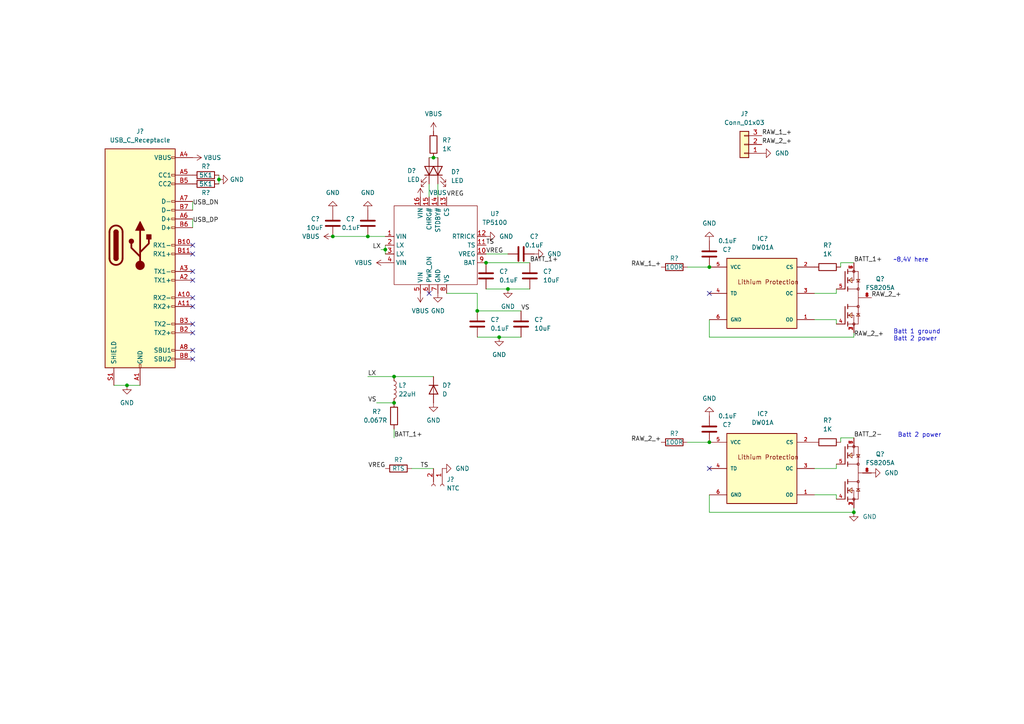
<source format=kicad_sch>
(kicad_sch (version 20211123) (generator eeschema)
  (paper "A4")
  (lib_symbols
    (symbol "Connector:Conn_01x02_Female" (pin_names (offset 1.016) hide)
      (property "Reference" "J" (at 0 2.54 0))
      (property "Value" "Conn_01x02_Female" (at 0 -5.08 0))
      (symbol "Conn_01x02_Female_1_1"
        (arc (start 0 -2.032) (mid -0.508 -2.54) (end 0 -3.048) (stroke (width 0.1524)))
        (polyline (pts (xy -1.27 -2.54) (xy -0.508 -2.54)) (stroke (width 0.1524)))
        (polyline (pts (xy -1.27 0) (xy -0.508 0)) (stroke (width 0.1524)))
        (arc (start 0 0.508) (mid -0.508 0) (end 0 -0.508) (stroke (width 0.1524)))
        (pin passive line (at -5.08 0 0) (length 3.81) (name "Pin_1") (number "1"))
        (pin passive line (at -5.08 -2.54 0) (length 3.81) (name "Pin_2") (number "2"))
      )
    )
    (symbol "Connector:USB_C_Receptacle" (pin_names (offset 1.016))
      (property "Reference" "J" (at -10.16 29.21 0))
      (property "Value" "USB_C_Receptacle" (at 10.16 29.21 0))
      (symbol "USB_C_Receptacle_0_0"
        (rectangle (start -0.254 -35.56) (end 0.254 -34.544))
        (rectangle (start 10.16 -32.766) (end 9.144 -33.274))
        (rectangle (start 10.16 -30.226) (end 9.144 -30.734))
        (rectangle (start 10.16 -25.146) (end 9.144 -25.654))
        (rectangle (start 10.16 -22.606) (end 9.144 -23.114))
        (rectangle (start 10.16 -17.526) (end 9.144 -18.034))
        (rectangle (start 10.16 -14.986) (end 9.144 -15.494))
        (rectangle (start 10.16 -9.906) (end 9.144 -10.414))
        (rectangle (start 10.16 -7.366) (end 9.144 -7.874))
        (rectangle (start 10.16 -2.286) (end 9.144 -2.794))
        (rectangle (start 10.16 0.254) (end 9.144 -0.254))
        (rectangle (start 10.16 5.334) (end 9.144 4.826))
        (rectangle (start 10.16 7.874) (end 9.144 7.366))
        (rectangle (start 10.16 10.414) (end 9.144 9.906))
        (rectangle (start 10.16 12.954) (end 9.144 12.446))
        (rectangle (start 10.16 18.034) (end 9.144 17.526))
        (rectangle (start 10.16 20.574) (end 9.144 20.066))
        (rectangle (start 10.16 25.654) (end 9.144 25.146))
      )
      (symbol "USB_C_Receptacle_0_1"
        (rectangle (start -10.16 27.94) (end 10.16 -35.56) (stroke (width 0.254)) (fill (type background)))
        (arc (start -8.89 -3.81) (mid -6.985 -5.715) (end -5.08 -3.81) (stroke (width 0.508)))
        (arc (start -7.62 -3.81) (mid -6.985 -4.445) (end -6.35 -3.81) (stroke (width 0.254)))
        (arc (start -7.62 -3.81) (mid -6.985 -4.445) (end -6.35 -3.81) (stroke (width 0.254)) (fill (type outline)))
        (rectangle (start -7.62 -3.81) (end -6.35 3.81) (stroke (width 0.254)) (fill (type outline)))
        (arc (start -6.35 3.81) (mid -6.985 4.445) (end -7.62 3.81) (stroke (width 0.254)))
        (arc (start -6.35 3.81) (mid -6.985 4.445) (end -7.62 3.81) (stroke (width 0.254)) (fill (type outline)))
        (arc (start -5.08 3.81) (mid -6.985 5.715) (end -8.89 3.81) (stroke (width 0.508)))
        (polyline (pts (xy -8.89 -3.81) (xy -8.89 3.81)) (stroke (width 0.508)))
        (polyline (pts (xy -5.08 3.81) (xy -5.08 -3.81)) (stroke (width 0.508)))
      )
      (symbol "USB_C_Receptacle_1_1"
        (circle (center -2.54 1.143) (radius 0.635) (stroke (width 0.254)) (fill (type outline)))
        (circle (center 0 -5.842) (radius 1.27) (fill (type outline)))
        (polyline (pts (xy 0 -5.842) (xy 0 4.318)) (stroke (width 0.508)))
        (polyline (pts (xy 0 -3.302) (xy -2.54 -0.762) (xy -2.54 0.508)) (stroke (width 0.508)))
        (polyline (pts (xy 0 -2.032) (xy 2.54 0.508) (xy 2.54 1.778)) (stroke (width 0.508)))
        (polyline (pts (xy -1.27 4.318) (xy 0 6.858) (xy 1.27 4.318) (xy -1.27 4.318)) (stroke (width 0.254)) (fill (type outline)))
        (rectangle (start 1.905 1.778) (end 3.175 3.048) (stroke (width 0.254)) (fill (type outline)))
        (pin passive line (at 0 -40.64 90) (length 5.08) (name "GND") (number "A1"))
        (pin bidirectional line (at 15.24 -15.24 180) (length 5.08) (name "RX2-") (number "A10"))
        (pin bidirectional line (at 15.24 -17.78 180) (length 5.08) (name "RX2+") (number "A11"))
        (pin passive line (at 0 -40.64 90) (length 5.08) hide (name "GND") (number "A12"))
        (pin bidirectional line (at 15.24 -10.16 180) (length 5.08) (name "TX1+") (number "A2"))
        (pin bidirectional line (at 15.24 -7.62 180) (length 5.08) (name "TX1-") (number "A3"))
        (pin passive line (at 15.24 25.4 180) (length 5.08) (name "VBUS") (number "A4"))
        (pin bidirectional line (at 15.24 20.32 180) (length 5.08) (name "CC1") (number "A5"))
        (pin bidirectional line (at 15.24 7.62 180) (length 5.08) (name "D+") (number "A6"))
        (pin bidirectional line (at 15.24 12.7 180) (length 5.08) (name "D-") (number "A7"))
        (pin bidirectional line (at 15.24 -30.48 180) (length 5.08) (name "SBU1") (number "A8"))
        (pin passive line (at 15.24 25.4 180) (length 5.08) hide (name "VBUS") (number "A9"))
        (pin passive line (at 0 -40.64 90) (length 5.08) hide (name "GND") (number "B1"))
        (pin bidirectional line (at 15.24 0 180) (length 5.08) (name "RX1-") (number "B10"))
        (pin bidirectional line (at 15.24 -2.54 180) (length 5.08) (name "RX1+") (number "B11"))
        (pin passive line (at 0 -40.64 90) (length 5.08) hide (name "GND") (number "B12"))
        (pin bidirectional line (at 15.24 -25.4 180) (length 5.08) (name "TX2+") (number "B2"))
        (pin bidirectional line (at 15.24 -22.86 180) (length 5.08) (name "TX2-") (number "B3"))
        (pin passive line (at 15.24 25.4 180) (length 5.08) hide (name "VBUS") (number "B4"))
        (pin bidirectional line (at 15.24 17.78 180) (length 5.08) (name "CC2") (number "B5"))
        (pin bidirectional line (at 15.24 5.08 180) (length 5.08) (name "D+") (number "B6"))
        (pin bidirectional line (at 15.24 10.16 180) (length 5.08) (name "D-") (number "B7"))
        (pin bidirectional line (at 15.24 -33.02 180) (length 5.08) (name "SBU2") (number "B8"))
        (pin passive line (at 15.24 25.4 180) (length 5.08) hide (name "VBUS") (number "B9"))
        (pin passive line (at -7.62 -40.64 90) (length 5.08) (name "SHIELD") (number "S1"))
      )
    )
    (symbol "Connector_Generic:Conn_01x03" (pin_names (offset 1.016) hide)
      (property "Reference" "J" (at 0 5.08 0))
      (property "Value" "Conn_01x03" (at 0 -5.08 0))
      (symbol "Conn_01x03_1_1"
        (rectangle (start -1.27 -2.413) (end 0 -2.667) (stroke (width 0.1524)))
        (rectangle (start -1.27 0.127) (end 0 -0.127) (stroke (width 0.1524)))
        (rectangle (start -1.27 2.667) (end 0 2.413) (stroke (width 0.1524)))
        (rectangle (start -1.27 3.81) (end 1.27 -3.81) (stroke (width 0.254)) (fill (type background)))
        (pin passive line (at -5.08 2.54 0) (length 3.81) (name "Pin_1") (number "1"))
        (pin passive line (at -5.08 0 0) (length 3.81) (name "Pin_2") (number "2"))
        (pin passive line (at -5.08 -2.54 0) (length 3.81) (name "Pin_3") (number "3"))
      )
    )
    (symbol "DW01A:DW01A" (pin_names (offset 1.016))
      (property "Reference" "IC" (at -5.08 11.43 0))
      (property "Value" "DW01A" (at -5.08 -12.7 0))
      (symbol "DW01A_0_0"
        (rectangle (start -10.16 -10.16) (end 10.16 10.16) (stroke (width 0.254)) (fill (type background)))
        (text "Lithium Protection" (at -7.112 2.54 0) (effects (font (size 1.27 1.27)) (justify left bottom)))
        (pin bidirectional line (at 15.24 -7.62 180) (length 5.08) (name "OD") (number "1"))
        (pin bidirectional line (at 15.24 7.62 180) (length 5.08) (name "CS") (number "2"))
        (pin bidirectional line (at 15.24 0 180) (length 5.08) (name "OC") (number "3"))
        (pin bidirectional line (at -15.24 0 0) (length 5.08) (name "TD") (number "4"))
        (pin power_in line (at -15.24 7.62 0) (length 5.08) (name "VCC") (number "5"))
        (pin power_in line (at -15.24 -7.62 0) (length 5.08) (name "GND") (number "6"))
      )
    )
    (symbol "Device:C" (pin_numbers hide) (pin_names (offset 0.254))
      (property "Reference" "C" (at 0.635 2.54 0))
      (property "Value" "C" (at 0.635 -2.54 0))
      (symbol "C_0_1"
        (polyline (pts (xy -2.032 -0.762) (xy 2.032 -0.762)) (stroke (width 0.508)))
        (polyline (pts (xy -2.032 0.762) (xy 2.032 0.762)) (stroke (width 0.508)))
      )
      (symbol "C_1_1"
        (pin passive line (at 0 3.81 270) (length 2.794) (name "~") (number "1"))
        (pin passive line (at 0 -3.81 90) (length 2.794) (name "~") (number "2"))
      )
    )
    (symbol "Device:D" (pin_numbers hide) (pin_names (offset 1.016) hide)
      (property "Reference" "D" (at 0 2.54 0))
      (property "Value" "D" (at 0 -2.54 0))
      (symbol "D_0_1"
        (polyline (pts (xy -1.27 1.27) (xy -1.27 -1.27)) (stroke (width 0.254)))
        (polyline (pts (xy 1.27 0) (xy -1.27 0)))
        (polyline (pts (xy 1.27 1.27) (xy 1.27 -1.27) (xy -1.27 0) (xy 1.27 1.27)) (stroke (width 0.254)))
      )
      (symbol "D_1_1"
        (pin passive line (at -3.81 0 0) (length 2.54) (name "K") (number "1"))
        (pin passive line (at 3.81 0 180) (length 2.54) (name "A") (number "2"))
      )
    )
    (symbol "Device:L" (pin_numbers hide) (pin_names (offset 1.016) hide)
      (property "Reference" "L" (at -1.27 0 90))
      (property "Value" "L" (at 1.905 0 90))
      (symbol "L_0_1"
        (arc (start 0 -2.54) (mid 0.635 -1.905) (end 0 -1.27))
        (arc (start 0 -1.27) (mid 0.635 -0.635) (end 0 0))
        (arc (start 0 0) (mid 0.635 0.635) (end 0 1.27))
        (arc (start 0 1.27) (mid 0.635 1.905) (end 0 2.54))
      )
      (symbol "L_1_1"
        (pin passive line (at 0 3.81 270) (length 1.27) (name "1") (number "1"))
        (pin passive line (at 0 -3.81 90) (length 1.27) (name "2") (number "2"))
      )
    )
    (symbol "Device:LED" (pin_numbers hide) (pin_names (offset 1.016) hide)
      (property "Reference" "D" (at 0 2.54 0))
      (property "Value" "LED" (at 0 -2.54 0))
      (symbol "LED_0_1"
        (polyline (pts (xy -1.27 -1.27) (xy -1.27 1.27)) (stroke (width 0.254)))
        (polyline (pts (xy -1.27 0) (xy 1.27 0)))
        (polyline (pts (xy 1.27 -1.27) (xy 1.27 1.27) (xy -1.27 0) (xy 1.27 -1.27)) (stroke (width 0.254)))
        (polyline (pts (xy -3.048 -0.762) (xy -4.572 -2.286) (xy -3.81 -2.286) (xy -4.572 -2.286) (xy -4.572 -1.524)))
        (polyline (pts (xy -1.778 -0.762) (xy -3.302 -2.286) (xy -2.54 -2.286) (xy -3.302 -2.286) (xy -3.302 -1.524)))
      )
      (symbol "LED_1_1"
        (pin passive line (at -3.81 0 0) (length 2.54) (name "K") (number "1"))
        (pin passive line (at 3.81 0 180) (length 2.54) (name "A") (number "2"))
      )
    )
    (symbol "Device:R" (pin_numbers hide) (pin_names (offset 0))
      (property "Reference" "R" (at 2.032 0 90))
      (property "Value" "R" (at 0 0 90))
      (symbol "R_0_1"
        (rectangle (start -1.016 -2.54) (end 1.016 2.54) (stroke (width 0.254)))
      )
      (symbol "R_1_1"
        (pin passive line (at 0 3.81 270) (length 1.27) (name "~") (number "1"))
        (pin passive line (at 0 -3.81 90) (length 1.27) (name "~") (number "2"))
      )
    )
    (symbol "FS8205A:FS8205A" (pin_names (offset 1.016) hide)
      (property "Reference" "Q" (at -11.43 7.62 0))
      (property "Value" "FS8205A" (at -11.43 -12.7 0))
      (symbol "FS8205A_0_0"
        (circle (center 0 -7.62) (radius 0.3556))
        (polyline (pts (xy -2.54 -2.54) (xy -2.54 -7.62)) (stroke (width 0.254)))
        (polyline (pts (xy -2.54 7.62) (xy -2.54 2.54)) (stroke (width 0.254)))
        (polyline (pts (xy -1.778 -7.62) (xy -1.778 -8.255)) (stroke (width 0.254)))
        (polyline (pts (xy -1.778 -6.985) (xy -1.778 -7.62)) (stroke (width 0.254)))
        (polyline (pts (xy -1.778 -5.08) (xy -1.778 -5.842)) (stroke (width 0.254)))
        (polyline (pts (xy -1.778 -5.08) (xy 0 -5.08)) (stroke (width 0.1524)))
        (polyline (pts (xy -1.778 -4.318) (xy -1.778 -5.08)) (stroke (width 0.254)))
        (polyline (pts (xy -1.778 -2.54) (xy -1.778 -3.175)) (stroke (width 0.254)))
        (polyline (pts (xy -1.778 -2.54) (xy 1.27 -2.54)) (stroke (width 0.1524)))
        (polyline (pts (xy -1.778 -1.905) (xy -1.778 -2.54)) (stroke (width 0.254)))
        (polyline (pts (xy -1.778 2.54) (xy -1.778 1.905)) (stroke (width 0.254)))
        (polyline (pts (xy -1.778 3.175) (xy -1.778 2.54)) (stroke (width 0.254)))
        (polyline (pts (xy -1.778 5.08) (xy -1.778 4.318)) (stroke (width 0.254)))
        (polyline (pts (xy -1.778 5.08) (xy 0 5.08)) (stroke (width 0.1524)))
        (polyline (pts (xy -1.778 5.842) (xy -1.778 5.08)) (stroke (width 0.254)))
        (polyline (pts (xy -1.778 7.62) (xy -1.778 6.985)) (stroke (width 0.254)))
        (polyline (pts (xy -1.778 7.62) (xy 1.27 7.62)) (stroke (width 0.1524)))
        (polyline (pts (xy -1.778 8.255) (xy -1.778 7.62)) (stroke (width 0.254)))
        (polyline (pts (xy 0 -7.62) (xy -1.778 -7.62)) (stroke (width 0.1524)))
        (polyline (pts (xy 0 -7.62) (xy 1.27 -7.62)) (stroke (width 0.1524)))
        (polyline (pts (xy 0 -5.08) (xy 0 -7.62)) (stroke (width 0.1524)))
        (polyline (pts (xy 0 7.62) (xy 0 5.08)) (stroke (width 0.1524)))
        (polyline (pts (xy 0.762 4.572) (xy 1.27 4.572)) (stroke (width 0.1524)))
        (polyline (pts (xy 1.27 -4.572) (xy 0.762 -4.572)) (stroke (width 0.1524)))
        (polyline (pts (xy 1.27 -4.572) (xy 1.27 -7.62)) (stroke (width 0.1524)))
        (polyline (pts (xy 1.27 -2.54) (xy 1.27 -4.572)) (stroke (width 0.1524)))
        (polyline (pts (xy 1.27 -2.54) (xy 1.27 0)) (stroke (width 0.1524)))
        (polyline (pts (xy 1.27 0) (xy 1.27 2.54)) (stroke (width 0.1524)))
        (polyline (pts (xy 1.27 0) (xy 2.54 0)) (stroke (width 0.1524)))
        (polyline (pts (xy 1.27 2.54) (xy -1.778 2.54)) (stroke (width 0.1524)))
        (polyline (pts (xy 1.27 2.54) (xy 1.27 4.572)) (stroke (width 0.1524)))
        (polyline (pts (xy 1.27 4.572) (xy 1.27 7.62)) (stroke (width 0.1524)))
        (polyline (pts (xy 1.27 4.572) (xy 1.778 4.572)) (stroke (width 0.1524)))
        (polyline (pts (xy 1.778 -4.572) (xy 1.27 -4.572)) (stroke (width 0.1524)))
        (polyline (pts (xy -1.524 -5.08) (xy -0.508 -4.318) (xy -0.508 -5.842) (xy -1.524 -5.08)) (stroke (width 0.1524)) (fill (type background)))
        (polyline (pts (xy -1.524 5.08) (xy -0.508 5.842) (xy -0.508 4.318) (xy -1.524 5.08)) (stroke (width 0.1524)) (fill (type background)))
        (polyline (pts (xy 1.27 -4.572) (xy 0.762 -5.334) (xy 1.778 -5.334) (xy 1.27 -4.572)) (stroke (width 0.1524)) (fill (type background)))
        (polyline (pts (xy 1.27 4.572) (xy 1.778 5.334) (xy 0.762 5.334) (xy 1.27 4.572)) (stroke (width 0.1524)) (fill (type background)))
        (circle (center 0 7.62) (radius 0.3556))
        (circle (center 1.27 -2.54) (radius 0.3556))
        (circle (center 1.27 2.54) (radius 0.3556))
        (pin passive line (at 5.08 0 180) (length 2.54) (name "~") (number "1"))
        (pin passive line (at 0 -10.16 90) (length 2.54) (name "~") (number "2"))
        (pin passive line (at 0 -10.16 90) (length 2.54) (name "~") (number "3"))
        (pin passive line (at -5.08 -7.62 0) (length 2.54) (name "~") (number "4"))
        (pin passive line (at -5.08 2.54 0) (length 2.54) (name "~") (number "5"))
        (pin passive line (at 0 10.16 270) (length 2.54) (name "~") (number "6"))
        (pin passive line (at 0 10.16 270) (length 2.54) (name "~") (number "7"))
        (pin passive line (at 5.08 0 180) (length 2.54) (name "~") (number "8"))
      )
    )
    (symbol "TP5100:TP5100"
      (property "Reference" "U" (at 0 0 0))
      (property "Value" "TP5100" (at 0 2.54 0))
      (symbol "TP5100_0_1"
        (rectangle (start -11.43 12.7) (end 12.7 -10.16))
      )
      (symbol "TP5100_1_1"
        (pin bidirectional line (at -13.97 3.81 0) (length 2.54) (name "VIN") (number "1"))
        (pin bidirectional line (at 15.24 -1.27 180) (length 2.54) (name "VREG") (number "10"))
        (pin bidirectional line (at 15.24 1.27 180) (length 2.54) (name "TS") (number "11"))
        (pin bidirectional line (at 15.24 3.81 180) (length 2.54) (name "RTRICK") (number "12"))
        (pin bidirectional line (at 3.81 15.24 270) (length 2.54) (name "CS") (number "13"))
        (pin bidirectional line (at 1.27 15.24 270) (length 2.54) (name "STDBY#") (number "14"))
        (pin bidirectional line (at -1.27 15.24 270) (length 2.54) (name "CHRG#") (number "15"))
        (pin bidirectional line (at -3.81 15.24 270) (length 2.54) (name "VIN") (number "16"))
        (pin bidirectional line (at -13.97 1.27 0) (length 2.54) (name "LX") (number "2"))
        (pin bidirectional line (at -13.97 -1.27 0) (length 2.54) (name "LX") (number "3"))
        (pin bidirectional line (at -13.97 -3.81 0) (length 2.54) (name "VIN") (number "4"))
        (pin bidirectional line (at -3.81 -12.7 90) (length 2.54) (name "VIN") (number "5"))
        (pin bidirectional line (at -1.27 -12.7 90) (length 2.54) (name "PWR_ON") (number "6"))
        (pin bidirectional line (at 1.27 -12.7 90) (length 2.54) (name "GND") (number "7"))
        (pin bidirectional line (at 3.81 -12.7 90) (length 2.54) (name "VS") (number "8"))
        (pin bidirectional line (at 15.24 -3.81 180) (length 2.54) (name "BAT") (number "9"))
      )
    )
    (symbol "power:GND" (power) (pin_names (offset 0))
      (property "Value" "GND" (at 0 -3.81 0))
      (symbol "GND_0_1"
        (polyline (pts (xy 0 0) (xy 0 -1.27) (xy 1.27 -1.27) (xy 0 -2.54) (xy -1.27 -1.27) (xy 0 -1.27)))
      )
      (symbol "GND_1_1"
        (pin power_in line (at 0 0 270) (length 0) hide (name "GND") (number "1"))
      )
    )
    (symbol "power:VBUS" (power) (pin_names (offset 0))
      (property "Value" "VBUS" (at 0 3.81 0))
      (symbol "VBUS_0_1"
        (polyline (pts (xy -0.762 1.27) (xy 0 2.54)))
        (polyline (pts (xy 0 0) (xy 0 2.54)))
        (polyline (pts (xy 0 2.54) (xy 0.762 1.27)))
      )
      (symbol "VBUS_1_1"
        (pin power_in line (at 0 0 90) (length 0) hide (name "VBUS") (number "1"))
      )
    )
  )
  (junction (at 247.65 148.59))
  (junction (at 96.52 68.58))
  (junction (at 111.76 72.39))
  (junction (at 144.78 97.79))
  (junction (at 63.5 52.07))
  (junction (at 205.74 77.47))
  (junction (at 106.68 68.58))
  (junction (at 147.32 83.82))
  (junction (at 205.74 128.27))
  (junction (at 140.97 76.2))
  (junction (at 138.43 90.17))
  (junction (at 36.83 111.76))
  (junction (at 114.3 109.22))
  (junction (at 114.3 116.84))
  (junction (at 125.73 45.72))
  (no_connect (at 124.46 85.09))
  (no_connect (at 55.88 101.6))
  (no_connect (at 55.88 104.14))
  (no_connect (at 205.74 135.89))
  (no_connect (at 205.74 85.09))
  (no_connect (at 55.88 88.9))
  (no_connect (at 55.88 86.36))
  (no_connect (at 55.88 78.74))
  (no_connect (at 55.88 81.28))
  (no_connect (at 55.88 93.98))
  (no_connect (at 55.88 96.52))
  (no_connect (at 55.88 73.66))
  (no_connect (at 55.88 71.12))
  (wire (pts (xy 199.39 128.27) (xy 205.74 128.27)))
  (wire (pts (xy 55.88 58.42) (xy 55.88 60.96)))
  (wire (pts (xy 247.65 147.32) (xy 247.65 148.59)))
  (wire (pts (xy 106.68 109.22) (xy 114.3 109.22)))
  (wire (pts (xy 242.57 85.09) (xy 242.57 83.82)))
  (wire (pts (xy 140.97 76.2) (xy 153.67 76.2)))
  (wire (pts (xy 236.22 85.09) (xy 242.57 85.09)))
  (wire (pts (xy 114.3 124.46) (xy 114.3 127)))
  (wire (pts (xy 247.65 97.79) (xy 205.74 97.79)))
  (wire (pts (xy 236.22 92.71) (xy 242.57 92.71)))
  (wire (pts (xy 55.88 63.5) (xy 55.88 66.04)))
  (wire (pts (xy 124.46 53.34) (xy 124.46 57.15)))
  (wire (pts (xy 243.84 128.27) (xy 243.84 127)))
  (wire (pts (xy 205.74 97.79) (xy 205.74 92.71)))
  (wire (pts (xy 247.65 148.59) (xy 205.74 148.59)))
  (wire (pts (xy 138.43 85.09) (xy 138.43 90.17)))
  (wire (pts (xy 138.43 90.17) (xy 151.13 90.17)))
  (wire (pts (xy 147.32 83.82) (xy 153.67 83.82)))
  (wire (pts (xy 63.5 50.8) (xy 63.5 52.07)))
  (wire (pts (xy 33.02 111.76) (xy 36.83 111.76)))
  (wire (pts (xy 243.84 77.47) (xy 243.84 76.2)))
  (wire (pts (xy 111.76 71.12) (xy 111.76 72.39)))
  (wire (pts (xy 242.57 92.71) (xy 242.57 93.98)))
  (wire (pts (xy 205.74 148.59) (xy 205.74 143.51)))
  (wire (pts (xy 243.84 76.2) (xy 247.65 76.2)))
  (wire (pts (xy 236.22 143.51) (xy 242.57 143.51)))
  (wire (pts (xy 242.57 143.51) (xy 242.57 144.78)))
  (wire (pts (xy 144.78 97.79) (xy 151.13 97.79)))
  (wire (pts (xy 114.3 109.22) (xy 125.73 109.22)))
  (wire (pts (xy 140.97 83.82) (xy 147.32 83.82)))
  (wire (pts (xy 109.22 116.84) (xy 114.3 116.84)))
  (wire (pts (xy 138.43 97.79) (xy 144.78 97.79)))
  (wire (pts (xy 247.65 96.52) (xy 247.65 97.79)))
  (wire (pts (xy 125.73 45.72) (xy 127 45.72)))
  (wire (pts (xy 199.39 77.47) (xy 205.74 77.47)))
  (wire (pts (xy 36.83 111.76) (xy 40.64 111.76)))
  (wire (pts (xy 236.22 135.89) (xy 242.57 135.89)))
  (wire (pts (xy 127 53.34) (xy 127 57.15)))
  (wire (pts (xy 63.5 52.07) (xy 63.5 53.34)))
  (wire (pts (xy 106.68 68.58) (xy 111.76 68.58)))
  (wire (pts (xy 111.76 72.39) (xy 111.76 73.66)))
  (wire (pts (xy 124.46 45.72) (xy 125.73 45.72)))
  (wire (pts (xy 119.38 135.89) (xy 125.73 135.89)))
  (wire (pts (xy 110.49 72.39) (xy 111.76 72.39)))
  (wire (pts (xy 243.84 127) (xy 247.65 127)))
  (wire (pts (xy 242.57 135.89) (xy 242.57 134.62)))
  (wire (pts (xy 96.52 68.58) (xy 106.68 68.58)))
  (wire (pts (xy 140.97 73.66) (xy 147.32 73.66)))
  (wire (pts (xy 129.54 85.09) (xy 138.43 85.09)))
  (text "~8,4V here" (at 259.08 76.2 0) (effects (font (size 1.27 1.27)) (justify left bottom)))
  (text "Batt 2 power" (at 260.35 127 0) (effects (font (size 1.27 1.27)) (justify left bottom)))
  (text "Batt 1 ground\nBatt 2 power" (at 259.08 99.06 0) (effects (font (size 1.27 1.27)) (justify left bottom)))
  (label "RAW_1_+" (at 191.77 77.47 180))
  (label "BATT_2-" (at 247.65 127 0))
  (label "TS" (at 121.92 135.89 0))
  (label "USB_DP" (at 55.88 64.77 0))
  (label "VREG" (at 111.76 135.89 180))
  (label "RAW_2_+" (at 247.65 97.79 0))
  (label "VREG" (at 140.97 73.66 0))
  (label "RAW_2_+" (at 220.98 41.91 0))
  (label "RAW_1_+" (at 220.98 39.37 0))
  (label "LX" (at 110.49 72.39 180))
  (label "VREG" (at 129.54 57.15 0))
  (label "VS" (at 151.13 90.17 0))
  (label "TS" (at 140.97 71.12 0))
  (label "RAW_2_+" (at 252.73 86.36 0))
  (label "BATT_1+" (at 114.3 127 0))
  (label "USB_DN" (at 55.88 59.69 0))
  (label "VS" (at 109.22 116.84 180))
  (label "BATT_1+" (at 153.67 76.2 0))
  (label "RAW_2_+" (at 191.77 128.27 180))
  (label "LX" (at 106.68 109.22 0))
  (label "BATT_1+" (at 247.65 76.2 0))
  (symbol (lib_id "Device:C") (at 151.13 73.66 90) (unit 1)
    (property "Reference" "C?" (at 154.94 68.58 90))
    (property "Value" "0.1uF" (at 154.94 71.12 90))
  )
  (symbol (lib_id "Device:C") (at 151.13 93.98 0) (unit 1)
    (property "Reference" "C?" (at 154.94 92.7099 0) (effects (justify left)))
    (property "Value" "10uF" (at 154.94 95.2499 0) (effects (justify left)))
  )
  (symbol (lib_id "DW01A:DW01A") (at 220.98 135.89 0) (unit 1)
    (property "Reference" "IC?" (at 221.1894 120.015 0))
    (property "Value" "DW01A" (at 221.1894 122.555 0))
    (property "Footprint" "SOT23-6" (effects hide))
    (property "VALUE" "DW01A" (effects hide))
    (property "LCSC" "C351410" (effects hide))
    (property "MPN" "DW01A" (effects hide))
  )
  (symbol (lib_id "power:VBUS") (at 111.76 76.2 90) (unit 1)
    (property "Reference" "#PWR?" (effects hide))
    (property "Value" "VBUS" (at 107.95 76.1999 90) (effects (justify left)))
  )
  (symbol (lib_id "Device:LED") (at 127 49.53 90) (unit 1)
    (property "Reference" "D?" (at 130.81 49.8474 90) (effects (justify right)))
    (property "Value" "LED" (at 130.81 52.3874 90) (effects (justify right)))
  )
  (symbol (lib_id "Device:C") (at 205.74 73.66 0) (unit 1)
    (property "Reference" "C?" (at 209.55 72.3899 0) (effects (justify left)))
    (property "Value" "0.1uF" (at 208.28 69.85 0) (effects (justify left)))
  )
  (symbol (lib_id "power:GND") (at 220.98 44.45 90) (unit 1)
    (property "Reference" "#PWR?" (effects hide))
    (property "Value" "GND" (at 224.79 44.4499 90) (effects (justify right)))
  )
  (symbol (lib_id "Device:R") (at 195.58 128.27 90) (unit 1)
    (property "Reference" "R?" (at 195.58 125.73 90))
    (property "Value" "100R" (at 195.58 128.27 90))
  )
  (symbol (lib_id "FS8205A:FS8205A") (at 247.65 137.16 0) (unit 1)
    (property "Reference" "Q?" (at 255.27 131.6988 0))
    (property "Value" "FS8205A" (at 255.27 134.2388 0))
    (property "Footprint" "SOP65P640X120-8N" (effects hide))
    (property "MANUFACTURER" "Fortune Semiconductor" (effects hide))
    (property "MAXIMUM_PACKAGE_HEIGHT" "1.2mm" (effects hide))
    (property "PARTREV" "1.7" (effects hide))
    (property "STANDARD" "IPC 7351B" (effects hide))
  )
  (symbol (lib_id "power:GND") (at 63.5 52.07 90) (unit 1)
    (property "Reference" "#PWR?" (effects hide))
    (property "Value" "GND" (at 66.675 52.0699 90) (effects (justify right)))
  )
  (symbol (lib_id "Device:R") (at 125.73 41.91 0) (unit 1)
    (property "Reference" "R?" (at 128.27 40.6399 0) (effects (justify left)))
    (property "Value" "1K" (at 128.27 43.1799 0) (effects (justify left)))
  )
  (symbol (lib_id "power:GND") (at 140.97 68.58 90) (unit 1)
    (property "Reference" "#PWR?" (effects hide))
    (property "Value" "GND" (at 144.78 68.5799 90) (effects (justify right)))
  )
  (symbol (lib_id "power:VBUS") (at 96.52 68.58 90) (unit 1)
    (property "Reference" "#PWR?" (effects hide))
    (property "Value" "VBUS" (at 92.71 68.5799 90) (effects (justify left)))
  )
  (symbol (lib_id "Device:C") (at 205.74 124.46 0) (unit 1)
    (property "Reference" "C?" (at 209.55 123.1899 0) (effects (justify left)))
    (property "Value" "0.1uF" (at 208.28 120.65 0) (effects (justify left)))
  )
  (symbol (lib_id "power:VBUS") (at 121.92 57.15 0) (unit 1)
    (property "Reference" "#PWR?" (effects hide))
    (property "Value" "VBUS" (at 124.46 55.8799 0) (effects (justify left)))
  )
  (symbol (lib_id "power:GND") (at 96.52 60.96 180) (unit 1)
    (property "Reference" "#PWR?" (effects hide))
    (property "Value" "GND" (at 96.52 55.88 0))
  )
  (symbol (lib_id "Connector:Conn_01x02_Female") (at 128.27 140.97 270) (unit 1)
    (property "Reference" "J?" (at 129.54 139.0649 90) (effects (justify left)))
    (property "Value" "NTC" (at 129.54 141.6049 90) (effects (justify left)))
  )
  (symbol (lib_id "power:GND") (at 106.68 60.96 180) (unit 1)
    (property "Reference" "#PWR?" (effects hide))
    (property "Value" "GND" (at 106.68 55.88 0))
  )
  (symbol (lib_id "power:GND") (at 247.65 148.59 0) (unit 1)
    (property "Reference" "#PWR?" (effects hide))
    (property "Value" "GND" (at 250.19 149.8599 0) (effects (justify left)))
  )
  (symbol (lib_id "DW01A:DW01A") (at 220.98 85.09 0) (unit 1)
    (property "Reference" "IC?" (at 221.1894 69.215 0))
    (property "Value" "DW01A" (at 221.1894 71.755 0))
    (property "Footprint" "SOT23-6" (effects hide))
    (property "VALUE" "DW01A" (effects hide))
    (property "LCSC" "C351410" (effects hide))
    (property "MPN" "DW01A" (effects hide))
  )
  (symbol (lib_id "FS8205A:FS8205A") (at 247.65 86.36 0) (unit 1)
    (property "Reference" "Q?" (at 255.27 80.8988 0))
    (property "Value" "FS8205A" (at 255.27 83.4388 0))
    (property "Footprint" "SOP65P640X120-8N" (effects hide))
    (property "MANUFACTURER" "Fortune Semiconductor" (effects hide))
    (property "MAXIMUM_PACKAGE_HEIGHT" "1.2mm" (effects hide))
    (property "PARTREV" "1.7" (effects hide))
    (property "STANDARD" "IPC 7351B" (effects hide))
  )
  (symbol (lib_id "power:GND") (at 144.78 97.79 0) (unit 1)
    (property "Reference" "#PWR?" (effects hide))
    (property "Value" "GND" (at 144.78 102.87 0))
  )
  (symbol (lib_id "power:GND") (at 128.27 135.89 90) (unit 1)
    (property "Reference" "#PWR?" (effects hide))
    (property "Value" "GND" (at 132.08 135.8899 90) (effects (justify right)))
  )
  (symbol (lib_id "Device:C") (at 106.68 64.77 0) (unit 1)
    (property "Reference" "C?" (at 100.33 63.5 0) (effects (justify left)))
    (property "Value" "0.1uF" (at 99.06 66.04 0) (effects (justify left)))
  )
  (symbol (lib_id "TP5100:TP5100") (at 125.73 72.39 0) (unit 1)
    (property "Reference" "U?" (at 143.51 62.0012 0))
    (property "Value" "TP5100" (at 143.51 64.5412 0))
  )
  (symbol (lib_id "Device:R") (at 114.3 120.65 0) (unit 1)
    (property "Reference" "R?" (at 107.95 119.38 0) (effects (justify left)))
    (property "Value" "0.067R" (at 105.41 121.92 0) (effects (justify left)))
  )
  (symbol (lib_id "Connector:USB_C_Receptacle") (at 40.64 71.12 0) (unit 1)
    (property "Reference" "J?" (at 40.64 38.1 0))
    (property "Value" "USB_C_Receptacle" (at 40.64 40.64 0))
    (property "Datasheet" "https://www.usb.org/sites/default/files/documents/usb_type-c.zip" (effects hide))
  )
  (symbol (lib_id "Connector_Generic:Conn_01x03") (at 215.9 41.91 180) (unit 1)
    (property "Reference" "J?" (at 215.9 33.02 0))
    (property "Value" "Conn_01x03" (at 215.9 35.56 0))
  )
  (symbol (lib_id "Device:R") (at 59.69 53.34 90) (unit 1)
    (property "Reference" "R?" (at 59.69 55.88 90))
    (property "Value" "5K1" (at 59.69 53.34 90))
  )
  (symbol (lib_id "Device:R") (at 59.69 50.8 90) (unit 1)
    (property "Reference" "R?" (at 59.69 48.26 90))
    (property "Value" "5K1" (at 59.69 50.8 90))
  )
  (symbol (lib_id "power:GND") (at 252.73 137.16 90) (unit 1)
    (property "Reference" "#PWR?" (effects hide))
    (property "Value" "GND" (at 256.54 137.1599 90) (effects (justify right)))
  )
  (symbol (lib_id "power:GND") (at 205.74 120.65 180) (unit 1)
    (property "Reference" "#PWR?" (effects hide))
    (property "Value" "GND" (at 205.74 115.57 0))
  )
  (symbol (lib_id "Device:C") (at 153.67 80.01 0) (unit 1)
    (property "Reference" "C?" (at 157.48 78.7399 0) (effects (justify left)))
    (property "Value" "10uF" (at 157.48 81.2799 0) (effects (justify left)))
  )
  (symbol (lib_id "Device:C") (at 138.43 93.98 0) (unit 1)
    (property "Reference" "C?" (at 142.24 92.7099 0) (effects (justify left)))
    (property "Value" "0.1uF" (at 142.24 95.2499 0) (effects (justify left)))
  )
  (symbol (lib_id "power:GND") (at 36.83 111.76 0) (unit 1)
    (property "Reference" "#PWR?" (effects hide))
    (property "Value" "GND" (at 36.83 116.84 0))
  )
  (symbol (lib_id "Device:D") (at 125.73 113.03 270) (unit 1)
    (property "Reference" "D?" (at 128.27 111.7599 90) (effects (justify left)))
    (property "Value" "D" (at 128.27 114.2999 90) (effects (justify left)))
  )
  (symbol (lib_id "Device:C") (at 96.52 64.77 0) (unit 1)
    (property "Reference" "C?" (at 90.17 63.5 0) (effects (justify left)))
    (property "Value" "10uF" (at 88.9 66.04 0) (effects (justify left)))
  )
  (symbol (lib_id "Device:R") (at 115.57 135.89 90) (unit 1)
    (property "Reference" "R?" (at 115.57 133.35 90))
    (property "Value" "RTS" (at 115.57 135.89 90))
  )
  (symbol (lib_id "power:GND") (at 205.74 69.85 180) (unit 1)
    (property "Reference" "#PWR?" (effects hide))
    (property "Value" "GND" (at 205.74 64.77 0))
  )
  (symbol (lib_id "power:VBUS") (at 125.73 38.1 0) (unit 1)
    (property "Reference" "#PWR?" (effects hide))
    (property "Value" "VBUS" (at 125.73 33.02 0))
  )
  (symbol (lib_id "power:GND") (at 147.32 83.82 0) (unit 1)
    (property "Reference" "#PWR?" (effects hide))
    (property "Value" "GND" (at 147.32 88.9 0))
  )
  (symbol (lib_id "power:GND") (at 154.94 73.66 90) (unit 1)
    (property "Reference" "#PWR?" (effects hide))
    (property "Value" "GND" (at 158.75 73.6599 90) (effects (justify right)))
  )
  (symbol (lib_id "Device:R") (at 240.03 77.47 90) (unit 1)
    (property "Reference" "R?" (at 240.03 71.12 90))
    (property "Value" "1K" (at 240.03 73.66 90))
  )
  (symbol (lib_id "power:VBUS") (at 121.92 85.09 180) (unit 1)
    (property "Reference" "#PWR?" (effects hide))
    (property "Value" "VBUS" (at 121.92 90.17 0))
  )
  (symbol (lib_id "Device:R") (at 240.03 128.27 90) (unit 1)
    (property "Reference" "R?" (at 240.03 121.92 90))
    (property "Value" "1K" (at 240.03 124.46 90))
  )
  (symbol (lib_id "Device:LED") (at 124.46 49.53 270) (mirror x) (unit 1)
    (property "Reference" "D?" (at 118.11 49.53 90) (effects (justify left)))
    (property "Value" "LED" (at 118.11 52.07 90) (effects (justify left)))
  )
  (symbol (lib_id "Device:C") (at 140.97 80.01 0) (unit 1)
    (property "Reference" "C?" (at 144.78 78.7399 0) (effects (justify left)))
    (property "Value" "0.1uF" (at 144.78 81.2799 0) (effects (justify left)))
  )
  (symbol (lib_id "Device:L") (at 114.3 113.03 0) (unit 1)
    (property "Reference" "L?" (at 115.57 111.7599 0) (effects (justify left)))
    (property "Value" "22uH" (at 115.57 114.2999 0) (effects (justify left)))
  )
  (symbol (lib_id "Device:R") (at 195.58 77.47 90) (unit 1)
    (property "Reference" "R?" (at 195.58 74.93 90))
    (property "Value" "100R" (at 195.58 77.47 90))
  )
  (symbol (lib_id "power:GND") (at 127 85.09 0) (unit 1)
    (property "Reference" "#PWR?" (effects hide))
    (property "Value" "GND" (at 127 90.17 0))
  )
  (symbol (lib_id "power:GND") (at 125.73 116.84 0) (unit 1)
    (property "Reference" "#PWR?" (effects hide))
    (property "Value" "GND" (at 125.73 121.92 0))
  )
  (symbol (lib_id "power:VBUS") (at 55.88 45.72 270) (unit 1)
    (property "Reference" "#PWR?" (effects hide))
    (property "Value" "VBUS" (at 59.055 45.7199 90) (effects (justify left)))
  )
)
</source>
